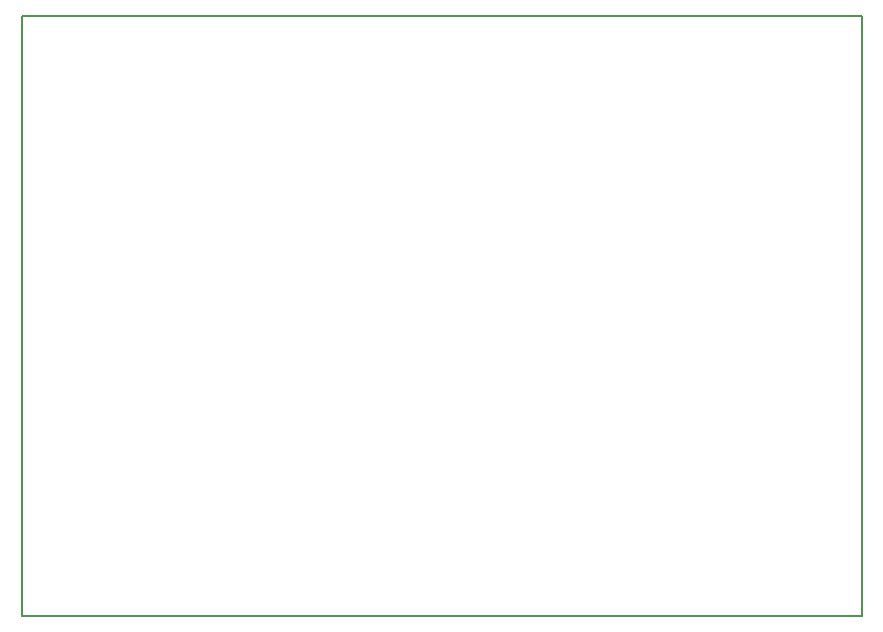
<source format=gbr>
%TF.GenerationSoftware,KiCad,Pcbnew,5.1.5-52549c5~84~ubuntu18.04.1*%
%TF.CreationDate,2020-07-26T00:10:31-03:00*%
%TF.ProjectId,Placa tesis,506c6163-6120-4746-9573-69732e6b6963,rev?*%
%TF.SameCoordinates,Original*%
%TF.FileFunction,Profile,NP*%
%FSLAX46Y46*%
G04 Gerber Fmt 4.6, Leading zero omitted, Abs format (unit mm)*
G04 Created by KiCad (PCBNEW 5.1.5-52549c5~84~ubuntu18.04.1) date 2020-07-26 00:10:31*
%MOMM*%
%LPD*%
G04 APERTURE LIST*
%TA.AperFunction,Profile*%
%ADD10C,0.150000*%
%TD*%
G04 APERTURE END LIST*
D10*
X82800000Y-91800000D02*
X153900000Y-91800000D01*
X153900000Y-41000000D02*
X153900000Y-91800000D01*
X82800000Y-41000000D02*
X82800000Y-91800000D01*
X82800000Y-41000000D02*
X153900000Y-41000000D01*
M02*

</source>
